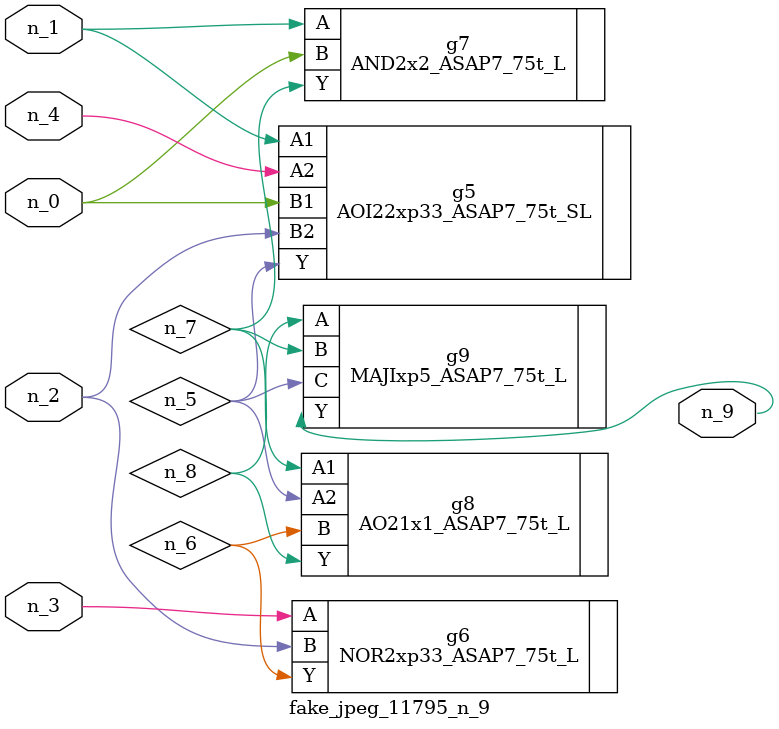
<source format=v>
module fake_jpeg_11795_n_9 (n_3, n_2, n_1, n_0, n_4, n_9);

input n_3;
input n_2;
input n_1;
input n_0;
input n_4;

output n_9;

wire n_8;
wire n_6;
wire n_5;
wire n_7;

AOI22xp33_ASAP7_75t_SL g5 ( 
.A1(n_1),
.A2(n_4),
.B1(n_0),
.B2(n_2),
.Y(n_5)
);

NOR2xp33_ASAP7_75t_L g6 ( 
.A(n_3),
.B(n_2),
.Y(n_6)
);

AND2x2_ASAP7_75t_L g7 ( 
.A(n_1),
.B(n_0),
.Y(n_7)
);

AO21x1_ASAP7_75t_L g8 ( 
.A1(n_7),
.A2(n_5),
.B(n_6),
.Y(n_8)
);

MAJIxp5_ASAP7_75t_L g9 ( 
.A(n_8),
.B(n_7),
.C(n_5),
.Y(n_9)
);


endmodule
</source>
